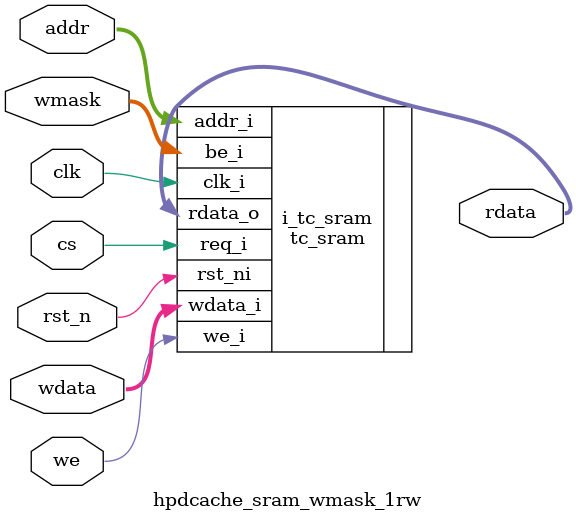
<source format=sv>


/// SRAM with one R/W port and no write mask
module hpdcache_sram_1rw #(
    parameter int unsigned ADDR_SIZE = 0,
    parameter int unsigned DATA_SIZE = 0,
    parameter int unsigned DEPTH = 2 ** ADDR_SIZE
) (
    input  logic                 clk,
    input  logic                 rst_n,
    input  logic                 cs,
    input  logic                 we,
    input  logic [ADDR_SIZE-1:0] addr,
    input  logic [DATA_SIZE-1:0] wdata,
    output logic [DATA_SIZE-1:0] rdata
);
  tc_sram #(
      .NumWords (DEPTH),
      .DataWidth(DATA_SIZE),
      .ByteWidth(DATA_SIZE),
      .NumPorts (1),
      .Latency  (1)
  ) i_tc_sram (
      .clk_i  (clk),
      .rst_ni (rst_n),
      .req_i  (cs),
      .we_i   (we),
      .addr_i (addr),
      .wdata_i(wdata),
      .be_i   (1'b1),
      .rdata_o(rdata)
  );
endmodule

/// SRAM with one R/W port and per-byte write mask
module hpdcache_sram_wbyteenable_1rw #(
    parameter int unsigned ADDR_SIZE = 0,
    parameter int unsigned DATA_SIZE = 0,
    parameter int unsigned DEPTH = 2 ** ADDR_SIZE
) (
    input  logic                   clk,
    input  logic                   rst_n,
    input  logic                   cs,
    input  logic                   we,
    input  logic [  ADDR_SIZE-1:0] addr,
    input  logic [  DATA_SIZE-1:0] wdata,
    input  logic [DATA_SIZE/8-1:0] wbyteenable,
    output logic [  DATA_SIZE-1:0] rdata
);
  tc_sram #(
      .NumWords (DEPTH),
      .DataWidth(DATA_SIZE),
      .ByteWidth(8),
      .NumPorts (1),
      .Latency  (1)
  ) i_tc_sram (
      .clk_i  (clk),
      .rst_ni (rst_n),
      .req_i  (cs),
      .we_i   (we),
      .addr_i (addr),
      .wdata_i(wdata),
      .be_i   (wbyteenable),
      .rdata_o(rdata)
  );
endmodule

/// SRAM with one R/W port and per-bit write mask
module hpdcache_sram_wmask_1rw #(
    parameter int unsigned ADDR_SIZE = 0,
    parameter int unsigned DATA_SIZE = 0,
    parameter int unsigned DEPTH = 2 ** ADDR_SIZE
) (
    input  logic                 clk,
    input  logic                 rst_n,
    input  logic                 cs,
    input  logic                 we,
    input  logic [ADDR_SIZE-1:0] addr,
    input  logic [DATA_SIZE-1:0] wdata,
    input  logic [DATA_SIZE-1:0] wmask,
    output logic [DATA_SIZE-1:0] rdata
);
  tc_sram #(
      .NumWords (DEPTH),
      .DataWidth(DATA_SIZE),
      .ByteWidth(1),
      .NumPorts (1),
      .Latency  (1)
  ) i_tc_sram (
      .clk_i  (clk),
      .rst_ni (rst_n),
      .req_i  (cs),
      .we_i   (we),
      .addr_i (addr),
      .wdata_i(wdata),
      .be_i   (wmask),
      .rdata_o(rdata)
  );
endmodule

</source>
